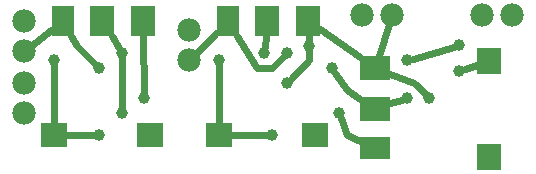
<source format=gtl>
G04 MADE WITH FRITZING*
G04 WWW.FRITZING.ORG*
G04 DOUBLE SIDED*
G04 HOLES PLATED*
G04 CONTOUR ON CENTER OF CONTOUR VECTOR*
%ASAXBY*%
%FSLAX23Y23*%
%MOIN*%
%OFA0B0*%
%SFA1.0B1.0*%
%ADD10C,0.039370*%
%ADD11C,0.078000*%
%ADD12R,0.088792X0.078736*%
%ADD13R,0.078750X0.098417*%
%ADD14R,0.088778X0.078736*%
%ADD15R,0.078208X0.098417*%
%ADD16R,0.078736X0.088792*%
%ADD17R,0.098417X0.078750*%
%ADD18R,0.078736X0.088778*%
%ADD19R,0.098417X0.078208*%
%ADD20C,0.024000*%
%ADD21R,0.001000X0.001000*%
%LNCOPPER1*%
G90*
G70*
G54D10*
X1014Y414D03*
X1014Y314D03*
X964Y139D03*
X389Y364D03*
X464Y414D03*
X1089Y438D03*
X939Y414D03*
X539Y264D03*
G54D11*
X139Y313D03*
X139Y213D03*
X139Y313D03*
X139Y213D03*
X1764Y539D03*
X1664Y539D03*
X1764Y539D03*
X1664Y539D03*
X1364Y539D03*
X1264Y539D03*
X1364Y539D03*
X1264Y539D03*
X689Y489D03*
X689Y389D03*
X689Y489D03*
X689Y389D03*
X139Y519D03*
X139Y419D03*
X139Y519D03*
X139Y419D03*
G54D10*
X464Y214D03*
X1189Y214D03*
X1589Y354D03*
X1414Y264D03*
X1489Y264D03*
X1164Y364D03*
X1589Y439D03*
X1414Y389D03*
X239Y389D03*
X789Y389D03*
X389Y139D03*
G54D12*
X1106Y139D03*
G54D13*
X949Y521D03*
G54D14*
X789Y139D03*
G54D13*
X1084Y521D03*
G54D15*
X816Y521D03*
G54D16*
X1689Y385D03*
G54D17*
X1307Y228D03*
G54D18*
X1689Y68D03*
G54D17*
X1307Y363D03*
G54D19*
X1307Y95D03*
G54D12*
X556Y139D03*
G54D13*
X399Y521D03*
G54D14*
X239Y139D03*
G54D13*
X534Y521D03*
G54D15*
X266Y521D03*
G54D20*
X313Y438D02*
X295Y471D01*
D02*
X454Y430D02*
X430Y471D01*
D02*
X1125Y492D02*
X1256Y399D01*
D02*
X710Y411D02*
X776Y479D01*
D02*
X226Y489D02*
X162Y438D01*
D02*
X239Y180D02*
X239Y370D01*
D02*
X464Y364D02*
X464Y395D01*
D02*
X539Y283D02*
X535Y471D01*
D02*
X464Y233D02*
X464Y364D01*
D02*
X789Y370D02*
X789Y180D01*
D02*
X1088Y457D02*
X1087Y471D01*
D02*
X1256Y119D02*
X1214Y140D01*
D02*
X1001Y400D02*
X964Y364D01*
D02*
X1648Y372D02*
X1607Y360D01*
D02*
X964Y364D02*
X914Y364D01*
D02*
X1355Y510D02*
X1320Y404D01*
D02*
X1396Y258D02*
X1357Y245D01*
D02*
X914Y364D02*
X848Y471D01*
D02*
X1439Y314D02*
X1357Y344D01*
D02*
X1088Y389D02*
X1089Y419D01*
D02*
X1476Y277D02*
X1439Y314D01*
D02*
X1214Y140D02*
X1195Y196D01*
D02*
X1214Y289D02*
X1256Y261D01*
D02*
X1174Y348D02*
X1214Y289D01*
D02*
X1433Y394D02*
X1571Y434D01*
D02*
X370Y139D02*
X285Y139D01*
D02*
X375Y377D02*
X313Y438D01*
D02*
X835Y139D02*
X945Y139D01*
D02*
X944Y471D02*
X941Y433D01*
D02*
X1027Y327D02*
X1088Y389D01*
G54D21*
D02*
G04 End of Copper1*
M02*
</source>
